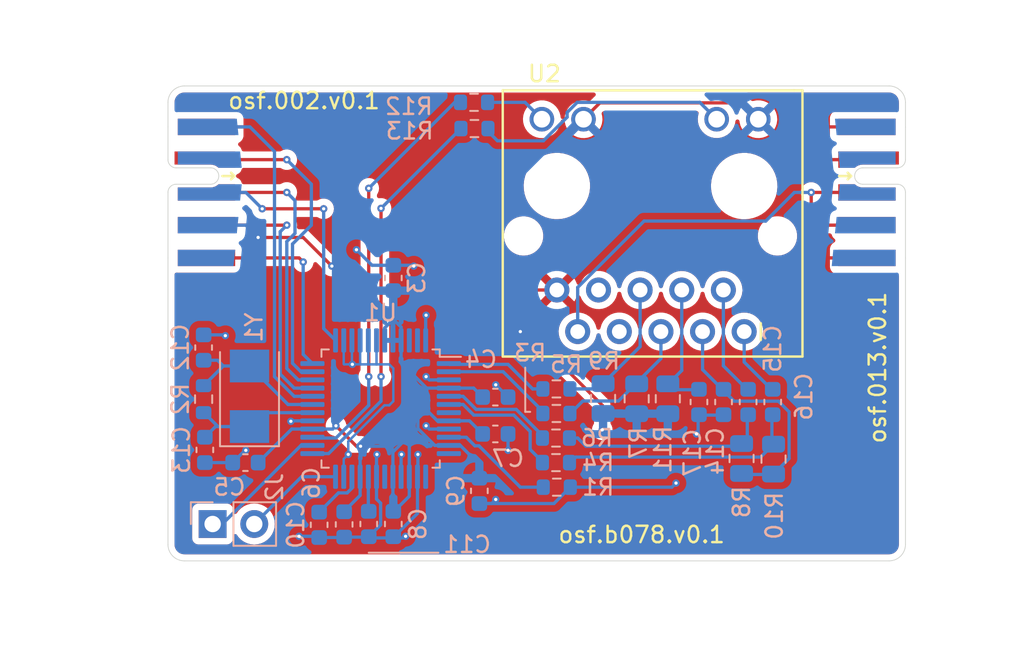
<source format=kicad_pcb>
(kicad_pcb (version 20211014) (generator pcbnew)
  (layers (0 "F.Cu" signal) (31 "B.Cu" signal) (34 "B.Paste" user) (35 "F.Paste" user) (36 "B.SilkS" user "B.Silkscreen") (37 "F.SilkS" user "F.Silkscreen") (38 "B.Mask" user) (39 "F.Mask" user) (44 "Edge.Cuts" user))
  (net 0 "")
  (net 1 "GND")
  (net 2 "+3V3")
  (net 3 "/controller/SCLK")
  (net 4 "/controller/INT")
  (net 5 "/controller/SS")
  (net 7 "/controller/~reset")
  (net 8 "/controller/MISO")
  (net 9 "/controller/MOSI")
  (net 10 "/controller/1V2O")
  (net 11 "/controller/XCAP")
  (net 12 "/controller/XO")
  (net 13 "/controller/XI")
  (net 14 "/controller/XRES")
  (net 15 "/controller/TXN")
  (net 16 "/controller/TXP")
  (net 17 "/controller/RXN")
  (net 18 "/controller/RXP")
  (net 23 "/controller/SPDLED")
  (net 24 "Net-(J3-Pad3)")
  (net 25 "/controller/DUPLED")
  (net 26 "Net-(R12-Pad1)")
  (net 29 "Net-(C14-Pad1)")
  (net 30 "Net-(C15-Pad1)")
  (net 31 "Net-(C15-Pad2)")
  (net 32 "Net-(C16-Pad1)")
  (net 33 "Net-(C16-Pad2)")
  (net 34 "Net-(C17-Pad1)")
  (net 35 "/ACTLED")
  (net 36 "Net-(R13-Pad1)")
  (net 37 "/LINKLED")
  (net 38 "Net-(R3-Pad2)")
  (net 39 "Net-(R5-Pad2)")
  (footprint "on_edge:on_edge_2x05_host" (layer "F.Cu") (at 122 80.5 -90)
    (fp_text reference "J3")
    (fp_text value "PoE_2x2")
    (fp_line (start -1.5 0.5) (end -1.5 2.6) (layer "Edge.Cuts") (width 0.05))
    (fp_line (start 0 0) (end 4 0) (layer "Edge.Cuts") (width 0.05))
    (fp_line (start -4 0) (end -2 0) (layer "Edge.Cuts") (width 0.05))
    (fp_line (start -0.5 2.6) (end -0.5 0.5) (layer "Edge.Cuts") (width 0.05))
    (fp_arc (start -0.5 2.6) (mid -1 3.1) (end -1.5 2.6) (layer "Edge.Cuts") (width 0.05))
    (fp_arc (start -0.5 0.5) (mid -0.353553 0.146447) (end 0 0) (layer "Edge.Cuts") (width 0.05))
    (fp_arc (start -2 0) (mid -1.646447 0.146447) (end -1.5 0.5) (layer "Edge.Cuts") (width 0.05))
  )
  (footprint "parts:7499211121A" (layer "F.Cu") (at 102 89)
    (fp_text reference "U2")
    (fp_text value "7499211121A")
  )
  (footprint "on_edge:on_edge_2x05_device" (layer "F.Cu") (at 77 80.5 -90)
    (fp_text reference "J1")
    (fp_text value "002_SPI")
    (fp_line (start -4 0) (end -2 0) (layer "Edge.Cuts") (width 0.05))
    (fp_line (start -1.5 -2.6) (end -1.5 -0.5) (layer "Edge.Cuts") (width 0.05))
    (fp_line (start 0 0) (end 4 0) (layer "Edge.Cuts") (width 0.05))
    (fp_line (start -0.5 -0.5) (end -0.5 -2.6) (layer "Edge.Cuts") (width 0.05))
    (fp_arc (start 0 0) (mid -0.353553 -0.146447) (end -0.5 -0.5) (layer "Edge.Cuts") (width 0.05))
    (fp_arc (start -1.5 -2.6) (mid -1 -3.1) (end -0.5 -2.6) (layer "Edge.Cuts") (width 0.05))
    (fp_arc (start -1.5 -0.5) (mid -1.646447 -0.146447) (end -2 0) (layer "Edge.Cuts") (width 0.05))
  )
  (footprint "Resistor_SMD:R_0603_1608Metric" (layer "B.Cu") (at 100.725 98.5)
    (fp_text reference "R1")
    (fp_text value "12.4k")
  )
  (footprint "Capacitor_SMD:C_0603_1608Metric" (layer "B.Cu") (at 87.75 100.775 -90)
    (fp_text reference "C6")
    (fp_text value "100nF")
  )
  (footprint "Connector_PinHeader_2.54mm:PinHeader_1x02_P2.54mm_Vertical" (layer "B.Cu") (at 79.725 100.75 -90)
    (fp_text reference "J2")
    (fp_text value "Conn_01x02_Male")
  )
  (footprint "Capacitor_SMD:C_0603_1608Metric" (layer "B.Cu") (at 89.25 100.75 -90)
    (fp_text reference "C11")
    (fp_text value "4.7u")
  )
  (footprint "Capacitor_SMD:C_0603_1608Metric" (layer "B.Cu") (at 79.175 89.975 90)
    (fp_text reference "C12")
    (fp_text value "18pF")
  )
  (footprint "Resistor_SMD:R_0603_1608Metric" (layer "B.Cu") (at 100.7 94)
    (fp_text reference "R3")
    (fp_text value "3.3R")
  )
  (footprint "Capacitor_SMD:C_0603_1608Metric" (layer "B.Cu") (at 96.975 93)
    (fp_text reference "C4")
    (fp_text value "100nF")
  )
  (footprint "Capacitor_SMD:C_0603_1608Metric" (layer "B.Cu") (at 90.75 85.725 90)
    (fp_text reference "C3")
    (fp_text value "1uF")
  )
  (footprint "Crystal:Crystal_SMD_5032-2Pin_5.0x3.2mm" (layer "B.Cu") (at 81.975 92.95 90)
    (fp_text reference "Y1")
    (fp_text value "25MHz")
  )
  (footprint "Resistor_SMD:R_0805_2012Metric" (layer "B.Cu") (at 107.5 93.1 -90)
    (fp_text reference "R11")
    (fp_text value "10R")
  )
  (footprint "Capacitor_SMD:C_0603_1608Metric" (layer "B.Cu") (at 81.725 97 180)
    (fp_text reference "C5")
    (fp_text value "100nF")
  )
  (footprint "Resistor_SMD:R_0805_2012Metric" (layer "B.Cu") (at 112 96.75 90)
    (fp_text reference "R8")
    (fp_text value "49.9R")
  )
  (footprint "Resistor_SMD:R_0805_2012Metric" (layer "B.Cu") (at 113.95 96.7875 90)
    (fp_text reference "R10")
    (fp_text value "49.9R")
  )
  (footprint "Capacitor_SMD:C_0603_1608Metric" (layer "B.Cu") (at 112.4 93.3 90)
    (fp_text reference "C15")
    (fp_text value "6.8nF")
  )
  (footprint "Resistor_SMD:R_0603_1608Metric" (layer "B.Cu") (at 100.675 95.5)
    (fp_text reference "R6")
    (fp_text value "3.3R")
  )
  (footprint "Resistor_SMD:R_0603_1608Metric" (layer "B.Cu") (at 100.7 92.5)
    (fp_text reference "R5")
    (fp_text value "3.3R")
  )
  (footprint "Package_QFP:LQFP-48_7x7mm_P0.5mm" (layer "B.Cu") (at 89.975 93.7 180)
    (fp_text reference "U1")
    (fp_text value "W5500")
  )
  (footprint "Resistor_SMD:R_0805_2012Metric" (layer "B.Cu") (at 103.55 93.0875 -90)
    (fp_text reference "R9")
    (fp_text value "49.9R")
  )
  (footprint "Capacitor_SMD:C_0603_1608Metric" (layer "B.Cu") (at 96.975 95.25)
    (fp_text reference "C7")
    (fp_text value "100nF")
  )
  (footprint "Resistor_SMD:R_0603_1608Metric" (layer "B.Cu") (at 100.675 97)
    (fp_text reference "R4")
    (fp_text value "3.3R")
  )
  (footprint "Resistor_SMD:R_0603_1608Metric" (layer "B.Cu") (at 95.675 75 180)
    (fp_text reference "R12")
    (fp_text value "330R")
  )
  (footprint "Capacitor_SMD:C_0603_1608Metric" (layer "B.Cu") (at 109.4 93.3 -90)
    (fp_text reference "C17")
    (fp_text value "22nF")
  )
  (footprint "Resistor_SMD:R_0603_1608Metric" (layer "B.Cu") (at 95.7 76.6 180)
    (fp_text reference "R13")
    (fp_text value "330R")
  )
  (footprint "Capacitor_SMD:C_0603_1608Metric" (layer "B.Cu") (at 79.25 96.225 -90)
    (fp_text reference "C13")
    (fp_text value "18pF")
  )
  (footprint "Capacitor_SMD:C_0603_1608Metric" (layer "B.Cu") (at 113.9 93.3 90)
    (fp_text reference "C16")
    (fp_text value "6.8nF")
  )
  (footprint "Capacitor_SMD:C_0603_1608Metric" (layer "B.Cu") (at 86.225 100.8 -90)
    (fp_text reference "C10")
    (fp_text value "10nF")
  )
  (footprint "Capacitor_SMD:C_0603_1608Metric" (layer "B.Cu") (at 96 98.725 -90)
    (fp_text reference "C9")
    (fp_text value "100nF")
  )
  (footprint "Capacitor_SMD:C_0603_1608Metric" (layer "B.Cu") (at 110.9 93.3 -90)
    (fp_text reference "C14")
    (fp_text value "10nF")
  )
  (footprint "Capacitor_SMD:C_0603_1608Metric" (layer "B.Cu") (at 90.75 100.75 -90)
    (fp_text reference "C8")
    (fp_text value "100nF")
  )
  (footprint "Resistor_SMD:R_0603_1608Metric" (layer "B.Cu") (at 79.175 93.125 90)
    (fp_text reference "R2")
    (fp_text value "1M")
  )
  (footprint "Resistor_SMD:R_0805_2012Metric" (layer "B.Cu") (at 105.6 93.1 -90)
    (fp_text reference "R7")
    (fp_text value "49.9R")
  )
  (gr_line (start 98.8 91.2) (end 98.8 93.9) (layer "B.SilkS") (width 0.12))
  (gr_line (start 98.8 93.9) (end 99.1 93.9) (layer "B.SilkS") (width 0.12))
  (gr_line (start 93.5 102.5) (end 89.25 102.5) (layer "B.SilkS") (width 0.12))
  (gr_line (start 121 103) (end 78 103) (layer "Edge.Cuts") (width 0.05))
  (gr_line (start 77 102) (end 77 84.5) (layer "Edge.Cuts") (width 0.05))
  (gr_line (start 78 74) (end 121 74) (layer "Edge.Cuts") (width 0.05))
  (gr_line (start 122 76.5) (end 122 75) (layer "Edge.Cuts") (width 0.05))
  (gr_line (start 77 76.5) (end 77 75) (layer "Edge.Cuts") (width 0.05))
  (gr_arc (start 78 103) (mid 77.292893 102.707107) (end 77 102) (layer "Edge.Cuts") (width 0.05))
  (gr_arc (start 122 102) (mid 121.707107 102.707107) (end 121 103) (layer "Edge.Cuts") (width 0.05))
  (gr_arc (start 121 74) (mid 121.707107 74.292893) (end 122 75) (layer "Edge.Cuts") (width 0.05))
  (gr_line (start 122 102) (end 122 84.5) (layer "Edge.Cuts") (width 0.05))
  (gr_arc (start 77 75) (mid 77.292893 74.292893) (end 78 74) (layer "Edge.Cuts") (width 0.05))
  (gr_text "osf.013.v0.1" (at 120.3 91.2 90) (layer "F.SilkS") (effects (font (size 1 1))))
  (gr_text "osf.b078.v0.1" (at 105.9 101.4) (layer "F.SilkS") (effects (font (size 1 1))))
  (gr_text "osf.002.v0.1" (at 85.3 74.9) (layer "F.SilkS") (effects (font (size 1 1))))
  (segment (start 91.25 96.5) (end 92.25 96.5) (width 0.2) (layer "F.Cu") (net 1))
  (segment (start 92 88) (end 92 91) (width 0.2) (layer "F.Cu") (net 1))
  (segment (start 92.75 88) (end 92 88) (width 0.2) (layer "F.Cu") (net 1))
  (segment (start 96.25 94.75) (end 92.75 94.75) (width 0.2) (layer "F.Cu") (net 1))
  (segment (start 97.75 96.25) (end 96.25 94.75) (width 0.2) (layer "F.Cu") (net 1))
  (segment (start 82.726002 96.25) (end 81.75 96.25) (width 0.2) (layer "F.Cu") (net 1))
  (segment (start 88.5 86.25) (end 85.5 89.25) (width 0.2) (layer "F.Cu") (net 1))
  (segment (start 92 85) (end 92 88) (width 0.2) (layer "F.Cu") (net 1))
  (segment (start 97 88.75) (end 99.29 86.46) (width 0.2) (layer "F.Cu") (net 1))
  (segment (start 92 91) (end 92.75 91.75) (width 0.2) (layer "F.Cu") (net 1))
  (segment (start 116.75 78.25) (end 116.75 76.5) (width 0.2) (layer "F.Cu") (net 1))
  (segment (start 92.75 94.75) (end 92.75 91.75) (width 0.2) (layer "F.Cu") (net 1))
  (segment (start 109.25 97) (end 108 98.25) (width 0.2) (layer "F.Cu") (net 1))
  (segment (start 88.5 79.5) (end 88.5 84) (width 0.2) (layer "F.Cu") (net 1))
  (segment (start 80.5 89.25) (end 80.5 95) (width 0.2) (layer "F.Cu") (net 1))
  (segment (start 89.75 96.5) (end 91.25 96.5) (width 0.2) (layer "F.Cu") (net 1))
  (segment (start 116.25 85) (end 116.25 82) (width 0.2) (layer "F.Cu") (net 1))
  (segment (start 84.771598 94.478402) (end 84.4976 94.478402) (width 0.15) (layer "F.Cu") (net 1))
  (segment (start 97.75 98.5) (end 97.75 96.25) (width 0.2) (layer "F.Cu") (net 1))
  (segment (start 89.75 96.5) (end 88 96.5) (width 0.2) (layer "F.Cu") (net 1))
  (segment (start 117 78.5) (end 116.75 78.25) (width 0.2) (layer "F.Cu") (net 1))
  (segment (start 116.25 85) (end 116.75 84.5) (width 0.2) (layer "F.Cu") (net 1))
  (segment (start 97 92.25) (end 97 88.75) (width 0.2) (layer "F.Cu") (net 1))
  (segment (start 116.75 76.5) (end 119.65 76.5) (width 0.2) (layer "F.Cu") (net 1))
  (segment (start 97.75 93) (end 97 92.25) (width 0.2) (layer "F.Cu") (net 1))
  (segment (start 79.35 76.5) (end 85.5 76.5) (width 0.2) (layer "F.Cu") (net 1))
  (segment (start 97 99.25) (end 97.75 98.5) (width 0.2) (layer "F.Cu") (net 1))
  (segment (start 109.25 95.25) (end 116.25 88.25) (width 0.2) (layer "F.Cu") (net 1))
  (segment (start 99.29 86.46) (end 100.73 86.46) (width 0.2) (layer "F.Cu") (net 1))
  (segment (start 116.5 78.5) (end 117 78.5) (width 0.2) (layer "F.Cu") (net 1))
  (segment (start 88.5 84) (end 88.5 86.25) (width 0.2) (layer "F.Cu") (net 1))
  (segment (start 92.75 94.75) (end 92.75 96) (width 0.2) (layer "F.Cu") (net 1))
  (segment (start 92.75 88) (end 96.25 88) (width 0.2) (layer "F.Cu") (net 1))
  (segment (start 84.4976 94.478402) (end 82.726002 96.25) (width 0.2) (layer "F.Cu") (net 1))
  (segment (start 116.75 84.5) (end 119.65 84.5) (width 0.2) (layer "F.Cu") (net 1))
  (segment (start 102.19 85) (end 100.73 86.46) (width 0.2) (layer "F.Cu") (net 1))
  (segment (start 96.25 88) (end 97 88.75) (width 0.2) (layer "F.Cu") (net 1))
  (segment (start 115.5 81.25) (end 115.5 79.5) (width 0.2) (layer "F.Cu") (net 1))
  (segment (start 118.4 78.5) (end 117 78.5) (width 0.2) (layer "F.Cu") (net 1))
  (segment (start 92.75 96) (end 92.25 96.5) (width 0.2) (layer "F.Cu") (net 1))
  (segment (start 115.5 79.5) (end 116.5 78.5) (width 0.2) (layer "F.Cu") (net 1))
  (segment (start 116.25 85) (end 102.19 85) (width 0.2) (layer "F.Cu") (net 1))
  (segment (start 88 96.5) (end 86.519198 96.5) (width 0.2) (layer "F.Cu") (net 1))
  (segment (start 91.5 101.5) (end 85 101.5) (width 0.2) (layer "F.Cu") (net 1))
  (segment (start 85.5 89.25) (end 80.5 89.25) (width 0.2) (layer "F.Cu") (net 1))
  (segment (start 97.75 96.25) (end 97.75 93) (width 0.2) (layer "F.Cu") (net 1))
  (segment (start 116.25 82) (end 115.5 81.25) (width 0.2) (layer "F.Cu") (net 1))
  (segment (start 88.25 91) (end 84.771598 94.478402) (width 0.15) (layer "F.Cu") (net 1))
  (segment (start 109.25 95.25) (end 109.25 97) (width 0.2) (layer "F.Cu") (net 1))
  (segment (start 86.519198 96.5) (end 84.4976 94.478402) (width 0.2) (layer "F.Cu") (net 1))
  (segment (start 80.5 95) (end 81.75 96.25) (width 0.2) (layer "F.Cu") (net 1))
  (segment (start 85.5 76.5) (end 88.5 79.5) (width 0.2) (layer "F.Cu") (net 1))
  (segment (start 116.25 88.25) (end 116.25 85) (width 0.2) (layer "F.Cu") (net 1))
  (via (at 92.25 96.5) (size 0.45) (drill 0.2) (layers "F.Cu" "B.Cu") (net 1))
  (via (at 81.75 96.25) (size 0.45) (drill 0.2) (layers "F.Cu" "B.Cu") (net 1))
  (via (at 92 85) (size 0.45) (drill 0.2) (layers "F.Cu" "B.Cu") (net 1))
  (via (at 97.75 96.25) (size 0.45) (drill 0.2) (layers "F.Cu" "B.Cu") (net 1))
  (via (at 88.5 84) (size 0.45) (drill 0.2) (layers "F.Cu" "B.Cu") (net 1))
  (via (at 92.75 91.75) (size 0.45) (drill 0.2) (layers "F.Cu" "B.Cu") (net 1))
  (via (at 108 98.25) (size 0.45) (drill 0.2) (layers "F.Cu" "B.Cu") (net 1))
  (via (at 88.25 91) (size 0.45) (drill 0.2) (layers "F.Cu" "B.Cu") (net 1))
  (via (at 84.4976 94.478402) (size 0.45) (drill 0.2) (layers "F.Cu" "B.Cu") (net 1))
  (via (at 80.5 89.25) (size 0.45) (drill 0.2) (layers "F.Cu" "B.Cu") (net 1))
  (via (at 89.75 96.5) (size 0.45) (drill 0.2) (layers "F.Cu" "B.Cu") (net 1))
  (via (at 92.75 88) (size 0.45) (drill 0.2) (layers "F.Cu" "B.Cu") (net 1))
  (via (at 97 92.25) (size 0.45) (drill 0.2) (layers "F.Cu" "B.Cu") (net 1))
  (via (at 92.75 94.75) (size 0.45) (drill 0.2) (layers "F.Cu" "B.Cu") (net 1))
  (via (at 88 96.5) (size 0.45) (drill 0.2) (layers "F.Cu" "B.Cu") (net 1))
  (via (at 91.25 96.5) (size 0.45) (drill 0.2) (layers "F.Cu" "B.Cu") (net 1))
  (via (at 97 99.25) (size 0.45) (drill 0.2) (layers "F.Cu" "B.Cu") (net 1))
  (via (at 91.5 101.5) (size 0.45) (drill 0.2) (layers "F.Cu" "B.Cu") (net 1))
  (via (at 109.25 95.25) (size 0.45) (drill 0.2) (layers "F.Cu" "B.Cu") (net 1))
  (via (at 85 101.5) (size 0.45) (drill 0.2) (layers "F.Cu" "B.Cu") (net 1))
  (segment (start 87.725 90.975) (end 87.75 91) (width 0.15) (layer "B.Cu") (net 1))
  (segment (start 94.1375 94.95) (end 92.95 94.95) (width 0.2) (layer "B.Cu") (net 1))
  (segment (start 80.95 97) (end 79.25 97) (width 0.2) (layer "B.Cu") (net 1))
  (segment (start 88 96.5) (end 88 95.70894) (width 0.15) (layer "B.Cu") (net 1))
  (segment (start 96 99.5) (end 96.75 99.5) (width 0.2) (layer "B.Cu") (net 1))
  (segment (start 92.225 100.1) (end 90.725 101.6) (width 0.2) (layer "B.Cu") (net 1))
  (segment (start 87.725 97.8625) (end 87.725 96.775) (width 0.15) (layer "B.Cu") (net 1))
  (segment (start 92.225 97.8625) (end 92.225 100.1) (width 0.2) (layer "B.Cu") (net 1))
  (segment (start 89.725 96.525) (end 89.75 96.5) (width 0.2) (layer "B.Cu") (net 1))
  (segment (start 90.5 93.5) (end 90.75 93.25) (width 0.15) (layer "B.Cu") (net 1))
  (segment (start 86.15 101.5) (end 86.225 101.575) (width 0.2) (layer "B.Cu") (net 1))
  (segment (start 90.75 84.95) (end 89.45 84.95) (width 0.2) (layer "B.Cu") (net 1))
  (segment (start 89.725 99.225) (end 89.97452 99.47452) (width 0.2) (layer "B.Cu") (net 1))
  (segment (start 89.225 89.5375) (end 89.225 90.975) (width 0.15) (layer "B.Cu") (net 1))
  (segment (start 108 98.25) (end 107.75 98.5) (width 0.2) (layer "B.Cu") (net 1))
  (segment (start 91.4 101.6) (end 91.5 101.5) (width 0.2) (layer "B.Cu") (net 1))
  (segment (start 81.7 96.25) (end 80.95 97) (width 0.2) (layer "B.Cu") (net 1))
  (segment (start 89.97452 99.47452) (end 89.97452 100.80048) (width 0.2) (layer "B.Cu") (net 1))
  (segment (start 90.5 91) (end 89.75 91) (width 0.15) (layer "B.Cu") (net 1))
  (segment (start 88.225 89.5375) (end 88.225 90.975) (width 0.15) (layer "B.Cu") (net 1))
  (segment (start 90.20894 93.5) (end 90.5 93.5) (width 0.15) (layer "B.Cu") (net 1))
  (segment (start 107.75 98.5) (end 101.55 98.5) (width 0.2) (layer "B.Cu") (net 1))
  (segment (start 89.725 97.8625) (end 89.725 99.225) (width 0.2) (layer "B.Cu") (net 1))
  (segment (start 89.725 90.975) (end 89.725 89.5375) (width 0.15) (layer "B.Cu") (net 1))
  (segment (start 88.225 90.975) (end 88.25 91) (width 0.15) (layer "B.Cu") (net 1))
  (segment (start 92.25 97.8375) (end 92.225 97.8625) (width 0.2) (layer "B.Cu") (net 1))
  (segment (start 87.725 89.5375) (end 87.725 90.975) (width 0.15) (layer "B.Cu") (net 1))
  (segment (start 89.7 91) (end 89.725 90.975) (width 0.15) (layer "B.Cu") (net 1))
  (segment (start 90.75 91.25) (end 90.5 91) (width 0.15) (layer "B.Cu") (net 1))
  (segment (start 88.75 91) (end 88.25 91) (width 0.15) (layer "B.Cu") (net 1))
  (segment (start 87.75 91) (end 88.25 91) (width 0.15) (layer "B.Cu") (net 1))
  (segment (start 81.75 96.25) (end 81.7 96.25) (width 0.2) (layer "B.Cu") (net 1))
  (segment (start 92.95 91.95) (end 94.1375 91.95) (width 0.2) (layer "B.Cu") (net 1))
  (segment (start 89.2 91) (end 89.225 90.975) (width 0.15) (layer "B.Cu") (net 1))
  (segment (start 90.725 101.6) (end 91.4 101.6) (width 0.2) (layer "B.Cu") (net 1))
  (segment (start 110.85 94.1) (end 109.35 94.1) (width 0.2) (layer "B.Cu") (net 1))
  (segment (start 88.75 91) (end 89.2 91) (width 0.15) (layer "B.Cu") (net 1))
  (segment (start 92.725 88.025) (end 92.75 88) (width 0.2) (layer "B.Cu") (net 1))
  (segment (start 96.75 99.5) (end 97 99.25) (width 0.2) (layer "B.Cu") (net 1))
  (segment (start 109.35 95.15) (end 109.25 95.25) (width 0.2) (layer "B.Cu") (net 1))
  (segment (start 91.225 96.525) (end 91.25 96.5) (width 0.2) (layer "B.Cu") (net 1))
  (segment (start 89.275 101.6) (end 89.225 101.55) (width 0.2) (layer "B.Cu") (net 1))
  (segment (start 92.725 89.5375) (end 92.725 88.025) (width 0.2) (layer "B.Cu") (net 1))
  (segment (start 97.75 95.25) (end 97.75 96.25) (width 0.2) (layer "B.Cu") (net 1))
  (segment (start 101.55 98.5) (end 100.55 99.5) (width 0.2) (layer "B.Cu") (net 1))
  (segment (start 91.225 97.8625) (end 91.225 96.525) (width 0.2) (layer "B.Cu") (net 1))
  (segment (start 89.25 91) (end 89.7 91) (width 0.15) (layer "B.Cu") (net 1))
  (segment (start 86.225 101.575) (end 87.7 101.575) (width 0.2) (layer "B.Cu") (net 1))
  (segment (start 79.175 89.2) (end 80.45 89.2) (width 0.2) (layer "B.Cu") (net 1))
  (segment (start 92.25 96.5) (end 92.25 97.8375) (width 0.2) (layer "B.Cu") (net 1))
  (segment (start 88.725 89.5375) (end 88.725 90.975) (width 0.15) (layer "B.Cu") (net 1))
  (segment (start 89.725 97.8625) (end 89.725 96.525) (width 0.2) (layer "B.Cu") (net 1))
  (segment (start 90.75 93.25) (end 90.75 91.25) (width 0.15) (layer "B.Cu") (net 1))
  (segment (start 89.45 84.95) (end 88.5 84) (width 0.2) (layer "B.Cu") (net 1))
  (segment (start 90.75 84.95) (end 91.95 84.95) (width 0.2) (layer "B.Cu") (net 1))
  (segment (start 84.526002 94.45) (end 84.4976 94.478402) (width 0.2) (layer "B.Cu") (net 1))
  (segment (start 88 95.70894) (end 90.20894 93.5) (width 0.15) (layer "B.Cu") (net 1))
  (segment (start 109.35 94.1) (end 109.35 95.15) (width 0.2) (layer "B.Cu") (net 1))
  (segment (start 87.725 96.775) (end 88 96.5) (width 0.15) (layer "B.Cu") (net 1))
  (segment (start 87.725 101.55) (end 89.225 101.55) (width 0.2) (layer "B.Cu") (net 1))
  (segment (start 89.97452 100.80048) (end 89.225 101.55) (width 0.2) (layer "B.Cu") (net 1))
  (segment (start 85 101.5) (end 86.15 101.5) (width 0.2) (layer "B.Cu") (net 1))
  (segment (start 100.55 99.5) (end 96 99.5) (width 0.2) (layer "B.Cu") (net 1))
  (segment (start 80.45 89.2) (end 80.5 89.25) (width 0.2) (layer "B.Cu") (net 1))
  (segment (start 97 92.25) (end 97.75 93) (width 0.2) (layer "B.Cu") (net 1))
  (segment (start 87.7 101.575) (end 87.725 101.55) (width 0.2) (layer "B.Cu") (net 1))
  (segment (start 89.225 90.975) (end 89.25 91) (width 0.15) (layer "B.Cu") (net 1))
  (segment (start 89.75 91) (end 89.725 90.975) (width 0.15) (layer "B.Cu") (net 1))
  (segment (start 92.75 91.75) (end 92.95 91.95) (width 0.2) (layer "B.Cu") (net 1))
  (segment (start 90.725 101.6) (end 89.275 101.6) (width 0.2) (layer "B.Cu") (net 1))
  (segment (start 85.8125 94.45) (end 84.526002 94.45) (width 0.2) (layer "B.Cu") (net 1))
  (segment (start 91.95 84.95) (end 92 85) (width 0.2) (layer "B.Cu") (net 1))
  (segment (start 88.725 90.975) (end 88.75 91) (width 0.15) (layer "B.Cu") (net 1))
  (segment (start 92.95 94.95) (end 92.75 94.75) (width 0.2) (layer "B.Cu") (net 1))
  (segment (start 87 85) (end 85.25 83.25) (width 0.2) (layer "F.Cu") (net 2))
  (segment (start 103.5 95) (end 103.5 93.5) (width 0.2) (layer "F.Cu") (net 2))
  (segment (start 112.020489 75.030489) (end 103.354511 75.030489) (width 0.2) (layer "F.Cu") (net 2))
  (segment (start 103.354511 75.030489) (end 102.355 76.03) (width 0.2) (layer "F.Cu") (net 2))
  (segment (start 87.25 94.75) (end 88.5 96) (width 0.2) (layer "F.Cu") (net 2))
  (segment (start 85.25 83.25) (end 82.5 83.25) (width 0.2) (layer "F.Cu") (net 2))
  (segment (start 100.75 90.75) (end 99 89) (width 0.2) (layer "F.Cu") (net 2))
  (segment (start 99 89) (end 98.5 89) (width 0.2) (layer "F.Cu") (net 2))
  (segment (start 103.5 93.5) (end 100.75 90.75) (width 0.2) (layer "F.Cu") (net 2))
  (segment (start 88.5 96) (end 88.75 96) (width 0.2) (layer "F.Cu") (net 2))
  (segment (start 113.02 76.03) (end 112.020489 75.030489) (width 0.2) (layer "F.Cu") (net 2))
  (via (at 98.5 89) (size 0.45) (drill 0.2) (layers "F.Cu" "B.Cu") (net 2))
  (via (at 103.5 95) (size 0.45) (drill 0.2) (layers "F.Cu" "B.Cu") (net 2))
  (via (at 87 85) (size 0.45) (drill 0.2) (layers "F.Cu" "B.Cu") (net 2))
  (via (at 82.5 83.25) (size 0.45) (drill 0.2) (layers "F.Cu" "B.Cu") (net 2))
  (via (at 88.75 96) (size 0.45) (drill 0.2) (layers "F.Cu" "B.Cu") (net 2))
  (via (at 87.25 94.75) (size 0.45) (drill 0.2) (layers "F.Cu" "B.Cu") (net 2))
  (segment (start 90.75 86.5) (end 90.75 88.25) (width 0.2) (layer "B.Cu") (net 2))
  (segment (start 94.1375 92.45) (end 92.778939 92.45) (width 0.2) (layer "B.Cu") (net 2))
  (segment (start 90.225 89.5375) (end 90.225 88.775) (width 0.2) (layer "B.Cu") (net 2))
  (segment (start 88.725 99) (end 88.725 97.8625) (width 0.2) (layer "B.Cu") (net 2))
  (segment (start 90.75 89.5125) (end 90.725 89.5375) (width 0.2) (layer "B.Cu") (net 2))
  (segment (start 89.25 96) (end 90.5 96) (width 0.2) (layer "B.Cu") (net 2))
  (segment (start 91.225 90.896061) (end 91.225 89.5375) (width 0.2) (layer "B.Cu") (net 2))
  (segment (start 94.25 83.797605) (end 102.017605 76.03) (width 0.2) (layer "B.Cu") (net 2))
  (segment (start 95.65 92.45) (end 96.2 93) (width 0.2) (layer "B.Cu") (net 2))
  (segment (start 92.778939 92.45) (end 91.225 90.896061) (width 0.2) (layer "B.Cu") (net 2))
  (segment (start 92.778939 93.787879) (end 92.778939 92.45) (width 0.2) (layer "B.Cu") (net 2))
  (segment (start 81.75 82.5) (end 82.5 83.25) (width 0.2) (layer "B.Cu") (net 2))
  (segment (start 92.25 94.921061) (end 92.25 94.316818) (width 0.2) (layer "B.Cu") (net 2))
  (segment (start 88.75 96) (end 88.75 96.75) (width 0.2) (layer "B.Cu") (net 2))
  (segment (start 103.55 94.95) (end 103.5 95) (width 0.2) (layer "B.Cu") (net 2))
  (segment (start 98.5 89) (end 94.375 84.875) (width 0.2) (layer "B.Cu") (net 2))
  (segment (start 102.017605 76.03) (end 102.355 76.03) (width 0.2) (layer "B.Cu") (net 2))
  (segment (start 92.5 86.5) (end 94.125 84.875) (width 0.2) (layer "B.Cu") (net 2))
  (segment (start 87.725 100) (end 88.725 99) (width 0.2) (layer "B.Cu") (net 2))
  (segment (start 94.125 84.875) (end 94.25 84.75) (width 0.2) (layer "B.Cu") (net 2))
  (segment (start 90.5 96) (end 90.725 96.225) (width 0.2) (layer "B.Cu") (net 2))
  (segment (start 94.1375 95.95) (end 93.278939 95.95) (width 0.2) (layer "B.Cu") (net 2))
  (segment (start 105.55 94) (end 103.55 94) (width 0.2) (layer "B.Cu") (net 2))
  (segment (start 91.632878 95.446061) (end 91.725 95.446061) (width 0.2) (layer "B.Cu") (net 2))
  (segment (start 93.278939 95.95) (end 92.25 94.921061) (width 0.2) (layer "B.Cu") (net 2))
  (segment (start 87.05 94.95) (end 87.25 94.75) (width 0.2) (layer "B.Cu") (net 2))
  (segment (start 92.25 94.316818) (end 92.778939 93.787879) (width 0.2) (layer "B.Cu") (net 2))
  (segment (start 88.725 96.775) (end 88.725 96.525) (width 0.2) (layer "B.Cu") (net 2))
  (segment (start 96 97.11606) (end 96 97.95) (width 0.2) (layer "B.Cu") (net 2))
  (segment (start 94.1375 92.45) (end 95.65 92.45) (width 0.2) (layer "B.Cu") (net 2))
  (segment (start 93.44106 94.45) (end 92.778939 93.787879) (width 0.2) (layer "B.Cu") (net 2))
  (segment (start 85.8125 94.95) (end 87.05 94.95) (width 0.2) (layer "B.Cu") (net 2))
  (segment (start 88.75 96.75) (end 88.725 96.775) (width 0.2) (layer "B.Cu") (net 2))
  (segment (start 95.4 94.45) (end 96.2 95.25) (width 0.2) (layer "B.Cu") (net 2))
  (segment (start 90.725 96.225) (end 90.725 96.353939) (width 0.2) (layer "B.Cu") (net 2))
  (segment (start 91.725 99.05) (end 90.725 100.05) (width 0.2) (layer "B.Cu") (net 2))
  (segment (start 91.725 97.8625) (end 91.725 95.446061) (width 0.2) (layer "B.Cu") (net 2))
  (segment (start 88.5 86.5) (end 90.75 86.5) (width 0.2) (layer "B.Cu") (net 2))
  (segment (start 90.225 88.775) (end 90.75 88.25) (width 0.2) (layer "B.Cu") (net 2))
  (segment (start 90.75 86.5) (end 92.5 86.5) (width 0.2) (layer "B.Cu") (net 2))
  (segment (start 107.55 94) (end 105.55 94) (width 0.2) (layer "B.Cu") (net 2))
  (segment (start 90.725 97.8625) (end 90.725 100.05) (width 0.2) (layer "B.Cu") (net 2))
  (segment (start 90.725 96.353939) (end 91.632878 95.446061) (width 0.2) (layer "B.Cu") (net 2))
  (segment (start 94.375 84.875) (end 94.125 84.875) (width 0.2) (layer "B.Cu") (net 2))
  (segment (start 82.5 97) (end 84.55 94.95) (width 0.2) (layer "B.Cu") (net 2))
  (segment (start 94.1375 94.45) (end 93.44106 94.45) (width 0.2) (layer "B.Cu") (net 2))
  (segment (start 94.1375 95.95) (end 94.83394 95.95) (width 0.2) (layer "B.Cu") (net 2))
  (segment (start 88.725 97.8625) (end 88.725 96.775) (width 0.2) (layer "B.Cu") (net 2))
  (segment (start 91.725 95.446061) (end 92.25 94.921061) (width 0.2) (layer "B.Cu") (net 2))
  (segment (start 88.725 96.525) (end 89.25 96) (width 0.2) (layer "B.Cu") (net 2))
  (segment (start 91.225 88.725) (end 90.75 88.25) (width 0.2) (layer "B.Cu") (net 2))
  (segment (start 79.4 82.5) (end 81.75 82.5) (width 0.2) (layer "B.Cu") (net 2))
  (segment (start 103.55 94) (end 103.55 94.95) (width 0.2) (layer "B.Cu") (net 2))
  (segment (start 91.225 89.5375) (end 91.225 88.725) (width 0.2) (layer "B.Cu") (net 2))
  (segment (start 91.725 97.8625) (end 91.725 99.05) (width 0.2) (layer "B.Cu") (net 2))
  (segment (start 94.25 84.75) (end 94.25 83.797605) (width 0.2) (layer "B.Cu") (net 2))
  (segment (start 84.55 94.95) (end 85.8125 94.95) (width 0.2) (layer "B.Cu") (net 2))
  (segment (start 94.83394 95.95) (end 96 97.11606) (width 0.2) (layer "B.Cu") (net 2))
  (segment (start 90.725 97.8625) (end 90.725 96.353939) (width 0.2) (layer "B.Cu") (net 2))
  (segment (start 94.1375 94.45) (end 95.4 94.45) (width 0.2) (layer "B.Cu") (net 2))
  (segment (start 87 85) (end 88.5 86.5) (width 0.2) (layer "B.Cu") (net 2))
  (segment (start 90.75 88.25) (end 90.75 89.5125) (width 0.2) (layer "B.Cu") (net 2))
  (segment (start 84.25 82.5) (end 79.35 82.5) (width 0.2) (layer "F.Cu") (net 3))
  (via (at 84.25 82.5) (size 0.45) (drill 0.2) (layers "F.Cu" "B.Cu") (net 3))
  (segment (start 83.84952 82.90048) (end 84.25 82.5) (width 0.2) (layer "B.Cu") (net 3))
  (segment (start 84.7 92.45) (end 84 91.75) (width 0.2) (layer "B.Cu") (net 3))
  (segment (start 83.84952 89.25) (end 83.84952 82.90048) (width 0.2) (layer "B.Cu") (net 3))
  (segment (start 84 91.75) (end 83.84952 91.59952) (width 0.2) (layer "B.Cu") (net 3))
  (segment (start 85.8125 92.45) (end 84.7 92.45) (width 0.2) (layer "B.Cu") (net 3))
  (segment (start 83.84952 91.59952) (end 83.84952 89.25) (width 0.2) (layer "B.Cu") (net 3))
  (segment (start 85.25 84.75) (end 85 84.5) (width 0.2) (layer "F.Cu") (net 4))
  (segment (start 85 84.5) (end 79.35 84.5) (width 0.2) (layer "F.Cu") (net 4))
  (via (at 85.25 84.75) (size 0.45) (drill 0.2) (layers "F.Cu" "B.Cu") (net 4))
  (segment (start 85.25 90.3875) (end 85.25 87.75) (width 0.2) (layer "B.Cu") (net 4))
  (segment (start 85.8125 90.95) (end 85.25 90.3875) (width 0.2) (layer "B.Cu") (net 4))
  (segment (start 85.25 87.75) (end 85.25 84.75) (width 0.2) (layer "B.Cu") (net 4))
  (segment (start 83.5 78) (end 82 76.5) (width 0.2) (layer "B.Cu") (net 5))
  (segment (start 83.5 91.75) (end 83.5 78) (width 0.2) (layer "B.Cu") (net 5))
  (segment (start 84.7 92.95) (end 83.5 91.75) (width 0.2) (layer "B.Cu") (net 5))
  (segment (start 85.8125 92.95) (end 84.7 92.95) (width 0.2) (layer "B.Cu") (net 5))
  (segment (start 82 76.5) (end 79.4 76.5) (width 0.2) (layer "B.Cu") (net 5))
  (segment (start 86.5 81.5) (end 82.75 81.5) (width 0.2) (layer "F.Cu") (net 7))
  (via (at 82.75 81.5) (size 0.45) (drill 0.2) (layers "F.Cu" "B.Cu") (net 7))
  (via (at 86.5 81.5) (size 0.45) (drill 0.2) (layers "F.Cu" "B.Cu") (net 7))
  (segment (start 82.75 81.5) (end 81.75 80.5) (width 0.2) (layer "B.Cu") (net 7))
  (segment (start 87.225 89.5375) (end 86.5 88.8125) (width 0.2) (layer "B.Cu") (net 7))
  (segment (start 81.75 80.5) (end 79.1 80.5) (width 0.2) (layer "B.Cu") (net 7))
  (segment (start 86.5 88.8125) (end 86.5 81.5) (width 0.2) (layer "B.Cu") (net 7))
  (segment (start 84.25 80.5) (end 80.6 80.5) (width 0.2) (layer "F.Cu") (net 8))
  (via (at 84.25 80.5) (size 0.45) (drill 0.2) (layers "F.Cu" "B.Cu") (net 8))
  (segment (start 84.95 91.95) (end 84.25 91.25) (width 0.2) (layer "B.Cu") (net 8))
  (segment (start 84.25 91.25) (end 84.25 83.5) (width 0.2) (layer "B.Cu") (net 8))
  (segment (start 85.8125 91.95) (end 84.95 91.95) (width 0.2) (layer "B.Cu") (net 8))
  (segment (start 84.75 81.75) (end 84.75 81) (width 0.2) (layer "B.Cu") (net 8))
  (segment (start 84.75 81) (end 84.25 80.5) (width 0.2) (layer "B.Cu") (net 8))
  (segment (start 84.25 83.5) (end 84.75 83) (width 0.2) (layer "B.Cu") (net 8))
  (segment (start 84.75 83) (end 84.75 81.75) (width 0.2) (layer "B.Cu") (net 8))
  (segment (start 84.25 78.5) (end 80.6 78.5) (width 0.2) (layer "F.Cu") (net 9))
  (via (at 84.25 78.5) (size 0.45) (drill 0.2) (layers "F.Cu" "B.Cu") (net 9))
  (segment (start 84.59952 89) (end 84.59952 83.65048) (width 0.2) (layer "B.Cu") (net 9))
  (segment (start 84.59952 90.93346) (end 84.59952 89) (width 0.2) (layer "B.Cu") (net 9))
  (segment (start 85.11606 91.45) (end 84.59952 90.93346) (width 0.2) (layer "B.Cu") (net 9))
  (segment (start 85.75 82.5) (end 85.75 80) (width 0.2) (layer "B.Cu") (net 9))
  (segment (start 85.8125 91.45) (end 85.11606 91.45) (width 0.2) (layer "B.Cu") (net 9))
  (segment (start 84.59952 83.65048) (end 85.75 82.5) (width 0.2) (layer "B.Cu") (net 9))
  (segment (start 85.75 80) (end 84.25 78.5) (width 0.2) (layer "B.Cu") (net 9))
  (segment (start 87.40048 98.84952) (end 87.93442 98.84952) (width 0.2) (layer "B.Cu") (net 10))
  (segment (start 87.93442 98.84952) (end 88.225 98.55894) (width 0.2) (layer "B.Cu") (net 10))
  (segment (start 86.225 100.025) (end 87.40048 98.84952) (width 0.2) (layer "B.Cu") (net 10))
  (segment (start 88.225 98.55894) (end 88.225 97.8625) (width 0.2) (layer "B.Cu") (net 10))
  (segment (start 89.225 100) (end 89.225 97.8625) (width 0.2) (layer "B.Cu") (net 11))
  (segment (start 79.175 90.75) (end 80.025 90.75) (width 0.2) (layer "B.Cu") (net 12))
  (segment (start 80.375 91.1) (end 81.975 91.1) (width 0.2) (layer "B.Cu") (net 12))
  (segment (start 80.025 90.75) (end 80.375 91.1) (width 0.2) (layer "B.Cu") (net 12))
  (segment (start 85.8125 93.45) (end 84.325 93.45) (width 0.2) (layer "B.Cu") (net 12))
  (segment (start 79.175 92.3) (end 80.375 91.1) (width 0.2) (layer "B.Cu") (net 12))
  (segment (start 84.325 93.45) (end 81.975 91.1) (width 0.2) (layer "B.Cu") (net 12))
  (segment (start 79.9 94.8) (end 80.05 94.8) (width 0.2) (layer "B.Cu") (net 13))
  (segment (start 85.8125 93.95) (end 82.825 93.95) (width 0.2) (layer "B.Cu") (net 13))
  (segment (start 79.25 95.45) (end 79.9 94.8) (width 0.2) (layer "B.Cu") (net 13))
  (segment (start 79.2 93.95) (end 80.05 94.8) (width 0.2) (layer "B.Cu") (net 13))
  (segment (start 80.05 94.8) (end 81.975 94.8) (width 0.2) (layer "B.Cu") (net 13))
  (segment (start 82.825 93.95) (end 81.975 94.8) (width 0.2) (layer "B.Cu") (net 13))
  (segment (start 79.175 93.95) (end 79.2 93.95) (width 0.2) (layer "B.Cu") (net 13))
  (segment (start 95.72452 95.97452) (end 95.97452 95.97452) (width 0.2) (layer "B.Cu") (net 14))
  (segment (start 98.5 98.5) (end 99.9 98.5) (width 0.2) (layer "B.Cu") (net 14))
  (segment (start 95.2 95.45) (end 95.72452 95.97452) (width 0.2) (layer "B.Cu") (net 14))
  (segment (start 94.1375 95.45) (end 95.2 95.45) (width 0.2) (layer "B.Cu") (net 14))
  (segment (start 95.97452 95.97452) (end 98.5 98.5) (width 0.2) (layer "B.Cu") (net 14))
  (segment (start 99.925 92.5) (end 99.25 92.5) (width 0.2) (layer "B.Cu") (net 15))
  (segment (start 99.25 92.5) (end 97.75 91) (width 0.2) (layer "B.Cu") (net 15))
  (segment (start 97.75 91) (end 94.1875 91) (width 0.2) (layer "B.Cu") (net 15))
  (segment (start 94.1875 91) (end 94.1375 90.95) (width 0.2) (layer "B.Cu") (net 15))
  (segment (start 99.9 93.9) (end 97.45 91.45) (width 0.2) (layer "B.Cu") (net 16))
  (segment (start 97.45 91.45) (end 94.1375 91.45) (width 0.2) (layer "B.Cu") (net 16))
  (segment (start 99.9 94) (end 99.9 93.9) (width 0.2) (layer "B.Cu") (net 16))
  (segment (start 95.003928 92.95) (end 95.803928 93.75) (width 0.2) (layer "B.Cu") (net 17))
  (segment (start 95.803928 93.75) (end 98.25 93.75) (width 0.2) (layer "B.Cu") (net 17))
  (segment (start 98.25 93.75) (end 99.9 95.4) (width 0.2) (layer "B.Cu") (net 17))
  (segment (start 94.1375 92.95) (end 95.003928 92.95) (width 0.2) (layer "B.Cu") (net 17))
  (segment (start 99.9 95.4) (end 99.9 95.5) (width 0.2) (layer "B.Cu") (net 17))
  (segment (start 98.09952 94.09952) (end 99.1 95.1) (width 0.2) (layer "B.Cu") (net 18))
  (segment (start 95.659153 94.09952) (end 98.09952 94.09952) (width 0.2) (layer "B.Cu") (net 18))
  (segment (start 99.1 96.2) (end 99.9 97) (width 0.2) (layer "B.Cu") (net 18))
  (segment (start 95.009632 93.45) (end 95.659153 94.09952) (width 0.2) (layer "B.Cu") (net 18))
  (segment (start 99.1 95.1) (end 99.1 96.2) (width 0.2) (layer "B.Cu") (net 18))
  (segment (start 94.1375 93.45) (end 95.009632 93.45) (width 0.2) (layer "B.Cu") (net 18))
  (segment (start 85.1525 97.8625) (end 82.265 100.75) (width 0.2) (layer "B.Cu") (net 23))
  (segment (start 87.225 97.8625) (end 85.1525 97.8625) (width 0.2) (layer "B.Cu") (net 23))
  (segment (start 116.25 81.5) (end 116.25 80.5) (width 0.2) (layer "F.Cu") (net 24))
  (segment (start 117.25 82.5) (end 116.25 81.5) (width 0.2) (layer "F.Cu") (net 24))
  (segment (start 116.25 80.5) (end 118.4 80.5) (width 0.2) (layer "F.Cu") (net 24))
  (segment (start 119.65 82.5) (end 117.25 82.5) (width 0.2) (layer "F.Cu") (net 24))
  (via (at 116.25 80.5) (size 0.45) (drill 0.2) (layers "F.Cu" "B.Cu") (net 24))
  (segment (start 102 86.299506) (end 106.049506 82.25) (width 0.2) (layer "B.Cu") (net 24))
  (segment (start 102 89) (end 102 86.299506) (width 0.2) (layer "B.Cu") (net 24))
  (segment (start 106.049506 82.25) (end 113.474331 82.25) (width 0.2) (layer "B.Cu") (net 24))
  (segment (start 113.474331 82.25) (end 115.224331 80.5) (width 0.2) (layer "B.Cu") (net 24))
  (segment (start 115.224331 80.5) (end 116.25 80.5) (width 0.2) (layer "B.Cu") (net 24))
  (segment (start 85.8125 95.95) (end 85.11606 95.95) (width 0.2) (layer "B.Cu") (net 25))
  (segment (start 85.11606 95.95) (end 80.31606 100.75) (width 0.2) (layer "B.Cu") (net 25))
  (segment (start 80.31606 100.75) (end 79.725 100.75) (width 0.2) (layer "B.Cu") (net 25))
  (segment (start 98.785 75) (end 99.815 76.03) (width 0.2) (layer "B.Cu") (net 26))
  (segment (start 96.55 75) (end 98.785 75) (width 0.2) (layer "B.Cu") (net 26))
  (segment (start 114.24952 93.24952) (end 111.54952 93.24952) (width 0.2) (layer "B.Cu") (net 29))
  (segment (start 114.89952 96.75048) (end 114.89952 93.89952) (width 0.2) (layer "B.Cu") (net 29))
  (segment (start 113.95 97.7) (end 114.89952 96.75048) (width 0.2) (layer "B.Cu") (net 29))
  (segment (start 111.95 97.725) (end 113.925 97.725) (width 0.2) (layer "B.Cu") (net 29))
  (segment (start 109.62 91.32) (end 109.62 89) (width 0.2) (layer "B.Cu") (net 29))
  (segment (start 113.925 97.725) (end 113.95 97.7) (width 0.2) (layer "B.Cu") (net 29))
  (segment (start 111.54952 93.24952) (end 109.62 91.32) (width 0.2) (layer "B.Cu") (net 29))
  (segment (start 114.89952 93.89952) (end 114.24952 93.24952) (width 0.2) (layer "B.Cu") (net 29))
  (segment (start 101.55 95.5) (end 102 95.5) (width 0.2) (layer "B.Cu") (net 30))
  (segment (start 112.35 94.1) (end 112.35 95.5) (width 0.2) (layer "B.Cu") (net 30))
  (segment (start 102.5 96) (end 111.85 96) (width 0.2) (layer "B.Cu") (net 30))
  (segment (start 112.35 95.5) (end 111.95 95.9) (width 0.2) (layer "B.Cu") (net 30))
  (segment (start 102 95.5) (end 102.5 96) (width 0.2) (layer "B.Cu") (net 30))
  (segment (start 111.85 96) (end 111.95 95.9) (width 0.2) (layer "B.Cu") (net 30))
  (segment (start 110.89 91.09) (end 110.89 86.46) (width 0.2) (layer "B.Cu") (net 31))
  (segment (start 112.35 92.55) (end 110.89 91.09) (width 0.2) (layer "B.Cu") (net 31))
  (segment (start 113.16298 96.66202) (end 113.95 95.875) (width 0.2) (layer "B.Cu") (net 32))
  (segment (start 113.85 95.775) (end 113.95 95.875) (width 0.2) (layer "B.Cu") (net 32))
  (segment (start 113.85 94.1) (end 113.85 95.775) (width 0.2) (layer "B.Cu") (net 32))
  (segment (start 101.88798 96.66202) (end 113.16298 96.66202) (width 0.2) (layer "B.Cu") (net 32))
  (segment (start 101.55 97) (end 101.88798 96.66202) (width 0.2) (layer "B.Cu") (net 32))
  (segment (start 113.85 92.55) (end 112.16 90.86) (width 0.2) (layer "B.Cu") (net 33))
  (segment (start 112.16 90.86) (end 112.16 89) (width 0.2) (layer "B.Cu") (net 33))
  (segment (start 109.35 92.55) (end 107.925 92.55) (width 0.2) (layer "B.Cu") (net 34))
  (segment (start 108.35 91.375) (end 108.35 86.46) (width 0.2) (layer "B.Cu") (net 34))
  (segment (start 107.55 92.175) (end 108.35 91.375) (width 0.2) (layer "B.Cu") (net 34))
  (segment (start 107.925 92.55) (end 107.55 92.175) (width 0.2) (layer "B.Cu") (net 34))
  (segment (start 89.25 91.75) (end 89.25 80.25) (width 0.2) (layer "F.Cu") (net 35))
  (via (at 89.25 80.25) (size 0.45) (drill 0.2) (layers "F.Cu" "B.Cu") (net 35))
  (via (at 89.25 91.75) (size 0.45) (drill 0.2) (layers "F.Cu" "B.Cu") (net 35))
  (segment (start 89.25 93.5) (end 89.25 91.75) (width 0.2) (layer "B.Cu") (net 35))
  (segment (start 87.25 95.5) (end 89.25 93.5) (width 0.2) (layer "B.Cu") (net 35))
  (segment (start 94.9 75) (end 94.5 75) (width 0.2) (layer "B.Cu") (net 35))
  (segment (start 85.8625 95.5) (end 87.25 95.5) (width 0.2) (layer "B.Cu") (net 35))
  (segment (start 94.5 75) (end 89.25 80.25) (width 0.2) (layer "B.Cu") (net 35))
  (segment (start 85.8125 95.45) (end 85.8625 95.5) (width 0.2) (layer "B.Cu") (net 35))
  (segment (start 97.105223 77.349519) (end 99.909004 77.349519) (width 0.2) (layer "B.Cu") (net 36))
  (segment (start 99.909004 77.349519) (end 101.355489 75.903034) (width 0.2) (layer "B.Cu") (net 36))
  (segment (start 109.45 75) (end 110.48 76.03) (width 0.2) (layer "B.Cu") (net 36))
  (segment (start 101.355489 75.903034) (end 101.355489 75.615988) (width 0.2) (layer "B.Cu") (net 36))
  (segment (start 101.355489 75.615988) (end 101.971477 75) (width 0.2) (layer "B.Cu") (net 36))
  (segment (start 96.525 76.6) (end 96.525 76.769296) (width 0.2) (layer "B.Cu") (net 36))
  (segment (start 101.971477 75) (end 109.45 75) (width 0.2) (layer "B.Cu") (net 36))
  (segment (start 96.525 76.769296) (end 97.105223 77.349519) (width 0.2) (layer "B.Cu") (net 36))
  (segment (start 90 91.75) (end 90 81.475) (width 0.2) (layer "F.Cu") (net 37))
  (via (at 90 91.75) (size 0.45) (drill 0.2) (layers "F.Cu" "B.Cu") (net 37))
  (via (at 90 81.475) (size 0.45) (drill 0.2) (layers "F.Cu" "B.Cu") (net 37))
  (segment (start 88.5 94.75) (end 88.5 94.744296) (width 0.2) (layer "B.Cu") (net 37))
  (segment (start 90 93.244296) (end 90 91.75) (width 0.2) (layer "B.Cu") (net 37))
  (segment (start 86.8 96.45) (end 88.5 94.75) (width 0.2) (layer "B.Cu") (net 37))
  (segment (start 88.5 94.744296) (end 90 93.244296) (width 0.2) (layer "B.Cu") (net 37))
  (segment (start 85.8125 96.45) (end 86.8 96.45) (width 0.2) (layer "B.Cu") (net 37))
  (segment (start 94.875 76.6) (end 90 81.475) (width 0.2) (layer "B.Cu") (net 37))
  (segment (start 102.31202 93.23798) (end 104.48702 93.23798) (width 0.2) (layer "B.Cu") (net 38))
  (segment (start 101.55 94) (end 102.31202 93.23798) (width 0.2) (layer "B.Cu") (net 38))
  (segment (start 104.48702 93.23798) (end 105.55 92.175) (width 0.2) (layer "B.Cu") (net 38))
  (segment (start 105.55 92.175) (end 107.08 90.645) (width 0.2) (layer "B.Cu") (net 38))
  (segment (start 107.08 90.645) (end 107.08 89) (width 0.2) (layer "B.Cu") (net 38))
  (segment (start 101.575 92.5) (end 103.225 92.5) (width 0.2) (layer "B.Cu") (net 39))
  (segment (start 103.225 92.5) (end 103.55 92.175) (width 0.2) (layer "B.Cu") (net 39))
  (segment (start 103.55 92.175) (end 105.81 89.915) (width 0.2) (layer "B.Cu") (net 39))
  (segment (start 105.81 89.915) (end 105.81 86.46) (width 0.2) (layer "B.Cu") (net 39))
  (zone (net 1) (net_name "GND") (layer "F.Cu") (connect_pads (clearance 0.4)) (min_thickness 0.254) (fill yes (thermal_gap 0.508) (thermal_bridge_width 0.508))
    (polygon (pts (xy 126.75 103.5) (xy 73 107.25) (xy 69.75 71) (xy 126.5 70.5)))
  )
  (zone (net 2) (net_name "+3V3") (layer "B.Cu") (connect_pads (clearance 0.4)) (min_thickness 0.254) (fill yes (thermal_gap 0.508) (thermal_bridge_width 0.508))
    (polygon (pts (xy 129.25 105) (xy 69.25 108.25) (xy 66.75 69.5) (xy 128.5 68.75)))
  )
)
</source>
